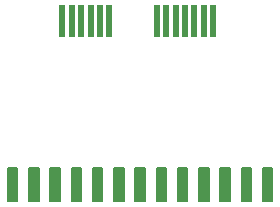
<source format=gbr>
%TF.GenerationSoftware,KiCad,Pcbnew,8.0.2-1*%
%TF.CreationDate,2024-09-13T14:37:28-04:00*%
%TF.ProjectId,Dummy Board,44756d6d-7920-4426-9f61-72642e6b6963,rev?*%
%TF.SameCoordinates,Original*%
%TF.FileFunction,Soldermask,Top*%
%TF.FilePolarity,Negative*%
%FSLAX46Y46*%
G04 Gerber Fmt 4.6, Leading zero omitted, Abs format (unit mm)*
G04 Created by KiCad (PCBNEW 8.0.2-1) date 2024-09-13 14:37:28*
%MOMM*%
%LPD*%
G01*
G04 APERTURE LIST*
%ADD10C,0.200000*%
%ADD11R,0.550000X2.800000*%
G04 APERTURE END LIST*
D10*
X127000000Y-88400000D02*
X127800000Y-88400000D01*
X127800000Y-91200000D01*
X127000000Y-91200000D01*
X127000000Y-88400000D01*
G36*
X127000000Y-88400000D02*
G01*
X127800000Y-88400000D01*
X127800000Y-91200000D01*
X127000000Y-91200000D01*
X127000000Y-88400000D01*
G37*
X128800000Y-88400000D02*
X129600000Y-88400000D01*
X129600000Y-91200000D01*
X128800000Y-91200000D01*
X128800000Y-88400000D01*
G36*
X128800000Y-88400000D02*
G01*
X129600000Y-88400000D01*
X129600000Y-91200000D01*
X128800000Y-91200000D01*
X128800000Y-88400000D01*
G37*
X130600000Y-88400000D02*
X131400000Y-88400000D01*
X131400000Y-91200000D01*
X130600000Y-91200000D01*
X130600000Y-88400000D01*
G36*
X130600000Y-88400000D02*
G01*
X131400000Y-88400000D01*
X131400000Y-91200000D01*
X130600000Y-91200000D01*
X130600000Y-88400000D01*
G37*
X132400000Y-88400000D02*
X133200000Y-88400000D01*
X133200000Y-91200000D01*
X132400000Y-91200000D01*
X132400000Y-88400000D01*
G36*
X132400000Y-88400000D02*
G01*
X133200000Y-88400000D01*
X133200000Y-91200000D01*
X132400000Y-91200000D01*
X132400000Y-88400000D01*
G37*
X134200000Y-88400000D02*
X135000000Y-88400000D01*
X135000000Y-91200000D01*
X134200000Y-91200000D01*
X134200000Y-88400000D01*
G36*
X134200000Y-88400000D02*
G01*
X135000000Y-88400000D01*
X135000000Y-91200000D01*
X134200000Y-91200000D01*
X134200000Y-88400000D01*
G37*
X136000000Y-88400000D02*
X136800000Y-88400000D01*
X136800000Y-91200000D01*
X136000000Y-91200000D01*
X136000000Y-88400000D01*
G36*
X136000000Y-88400000D02*
G01*
X136800000Y-88400000D01*
X136800000Y-91200000D01*
X136000000Y-91200000D01*
X136000000Y-88400000D01*
G37*
X137800000Y-88400000D02*
X138600000Y-88400000D01*
X138600000Y-91200000D01*
X137800000Y-91200000D01*
X137800000Y-88400000D01*
G36*
X137800000Y-88400000D02*
G01*
X138600000Y-88400000D01*
X138600000Y-91200000D01*
X137800000Y-91200000D01*
X137800000Y-88400000D01*
G37*
X139600000Y-88400000D02*
X140400000Y-88400000D01*
X140400000Y-91200000D01*
X139600000Y-91200000D01*
X139600000Y-88400000D01*
G36*
X139600000Y-88400000D02*
G01*
X140400000Y-88400000D01*
X140400000Y-91200000D01*
X139600000Y-91200000D01*
X139600000Y-88400000D01*
G37*
X141400000Y-88400000D02*
X142200000Y-88400000D01*
X142200000Y-91200000D01*
X141400000Y-91200000D01*
X141400000Y-88400000D01*
G36*
X141400000Y-88400000D02*
G01*
X142200000Y-88400000D01*
X142200000Y-91200000D01*
X141400000Y-91200000D01*
X141400000Y-88400000D01*
G37*
X143200000Y-88400000D02*
X144000000Y-88400000D01*
X144000000Y-91200000D01*
X143200000Y-91200000D01*
X143200000Y-88400000D01*
G36*
X143200000Y-88400000D02*
G01*
X144000000Y-88400000D01*
X144000000Y-91200000D01*
X143200000Y-91200000D01*
X143200000Y-88400000D01*
G37*
X145000000Y-88400000D02*
X145800000Y-88400000D01*
X145800000Y-91200000D01*
X145000000Y-91200000D01*
X145000000Y-88400000D01*
G36*
X145000000Y-88400000D02*
G01*
X145800000Y-88400000D01*
X145800000Y-91200000D01*
X145000000Y-91200000D01*
X145000000Y-88400000D01*
G37*
X146800000Y-88400000D02*
X147600000Y-88400000D01*
X147600000Y-91200000D01*
X146800000Y-91200000D01*
X146800000Y-88400000D01*
G36*
X146800000Y-88400000D02*
G01*
X147600000Y-88400000D01*
X147600000Y-91200000D01*
X146800000Y-91200000D01*
X146800000Y-88400000D01*
G37*
X148600000Y-88400000D02*
X149400000Y-88400000D01*
X149400000Y-91200000D01*
X148600000Y-91200000D01*
X148600000Y-88400000D01*
G36*
X148600000Y-88400000D02*
G01*
X149400000Y-88400000D01*
X149400000Y-91200000D01*
X148600000Y-91200000D01*
X148600000Y-88400000D01*
G37*
D11*
%TO.C,REF\u002A\u002A*%
X131600000Y-76000000D03*
X132400000Y-76000000D03*
X133200000Y-76000000D03*
X134000000Y-76000000D03*
X134800000Y-76000000D03*
X135600000Y-76000000D03*
X139600000Y-76000000D03*
X140400000Y-76000000D03*
X141200000Y-76000000D03*
X142000000Y-76000000D03*
X142800000Y-76000000D03*
X143600000Y-76000000D03*
X144400000Y-76000000D03*
%TD*%
M02*

</source>
